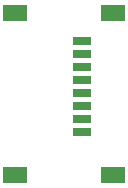
<source format=gbr>
%TF.GenerationSoftware,KiCad,Pcbnew,(5.1.10-1-10_14)*%
%TF.CreationDate,2021-12-24T07:56:15-05:00*%
%TF.ProjectId,hermes_v1,6865726d-6573-45f7-9631-2e6b69636164,rev?*%
%TF.SameCoordinates,Original*%
%TF.FileFunction,Paste,Bot*%
%TF.FilePolarity,Positive*%
%FSLAX46Y46*%
G04 Gerber Fmt 4.6, Leading zero omitted, Abs format (unit mm)*
G04 Created by KiCad (PCBNEW (5.1.10-1-10_14)) date 2021-12-24 07:56:15*
%MOMM*%
%LPD*%
G01*
G04 APERTURE LIST*
%ADD10R,1.500000X0.800000*%
%ADD11R,2.000000X1.450000*%
G04 APERTURE END LIST*
D10*
%TO.C,J6*%
X218350000Y-61300000D03*
X218350000Y-60200000D03*
X218350000Y-59100000D03*
X218350000Y-58000000D03*
X218350000Y-56900000D03*
X218350000Y-55800000D03*
X218350000Y-54700000D03*
X218350000Y-53600000D03*
D11*
X212650000Y-51225000D03*
X212650000Y-64975000D03*
X220950000Y-64975000D03*
X220950000Y-51225000D03*
%TD*%
M02*

</source>
